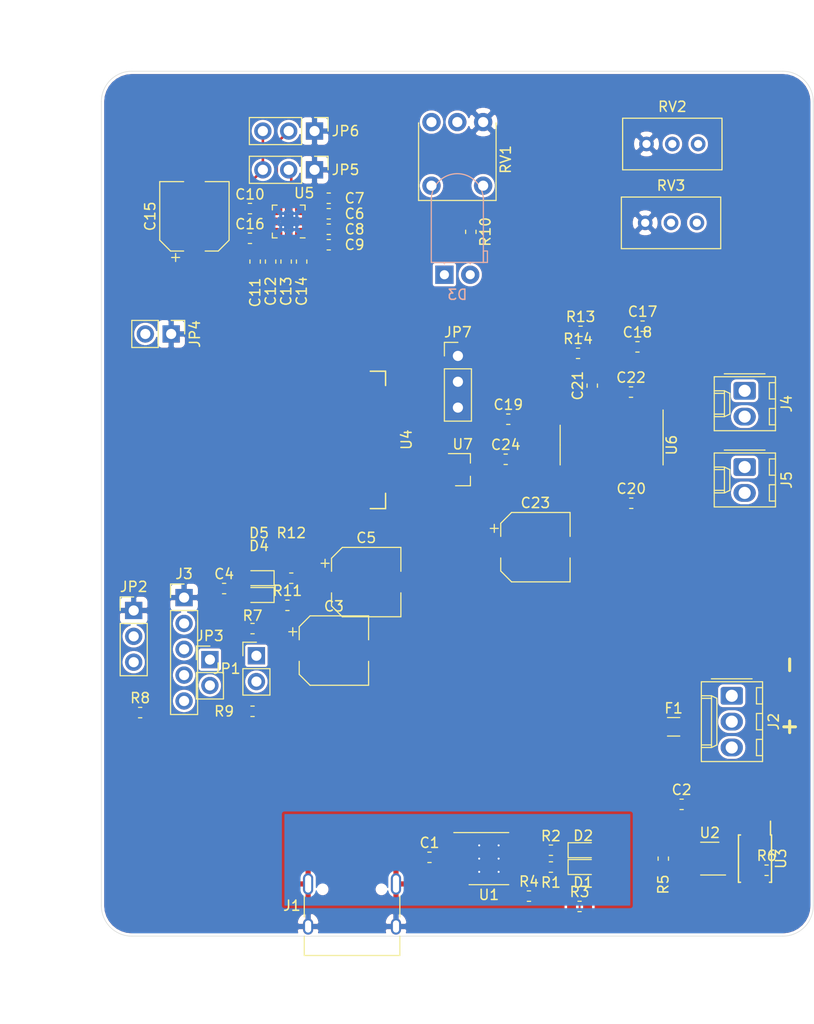
<source format=kicad_pcb>
(kicad_pcb (version 20171130) (host pcbnew "(5.1.6)-1")
  (layers (0 F.Cu signal) (31 B.Cu signal) (34 B.Paste user) (35 F.Paste user) (36 B.SilkS user) (37 F.SilkS user) (38 B.Mask user) (39 F.Mask user) (44 Edge.Cuts user))
  (net 0 "")
  (net 1 GND)
  (net 2 +BATT)
  (net 3 "Net-(F1-Pad2)")
  (net 4 "Net-(F1-Pad1)")
  (net 5 "Net-(RV1-Pad2)")
  (net 6 "Net-(D2-Pad1)")
  (net 7 "Net-(D5-Pad1)")
  (net 8 MOSI)
  (net 9 CLK)
  (net 10 CSB)
  (net 11 MISO)
  (net 12 SPI_EN)
  (net 13 "Net-(R12-Pad2)")
  (net 14 VBUS)
  (net 15 "Net-(C8-Pad1)")
  (net 16 "Net-(J2-Pad2)")
  (net 17 "Net-(R2-Pad2)")
  (net 18 "Net-(C2-Pad2)")
  (net 19 "Net-(C2-Pad1)")
  (net 20 "Net-(C3-Pad1)")
  (net 21 "Net-(C6-Pad1)")
  (net 22 "Net-(D1-Pad1)")
  (net 23 "Net-(D4-Pad2)")
  (net 24 "Net-(J5-Pad2)")
  (net 25 "Net-(JP1-Pad1)")
  (net 26 "Net-(JP4-Pad2)")
  (net 27 "Net-(R1-Pad2)")
  (net 28 "Net-(R11-Pad2)")
  (net 29 "Net-(D4-Pad1)")
  (net 30 LED)
  (net 31 "Net-(C7-Pad1)")
  (net 32 "Net-(C9-Pad1)")
  (net 33 "Net-(C10-Pad1)")
  (net 34 "Net-(C16-Pad2)")
  (net 35 "Net-(C16-Pad1)")
  (net 36 "Net-(C17-Pad2)")
  (net 37 "Net-(C17-Pad1)")
  (net 38 "Net-(C18-Pad2)")
  (net 39 "Net-(C18-Pad1)")
  (net 40 "Net-(C19-Pad1)")
  (net 41 "Net-(D3-Pad2)")
  (net 42 "Net-(D3-Pad1)")
  (net 43 "Net-(J1-PadB8)")
  (net 44 "Net-(J1-PadA5)")
  (net 45 "Net-(J1-PadB7)")
  (net 46 "Net-(J1-PadA7)")
  (net 47 "Net-(J1-PadB6)")
  (net 48 "Net-(J1-PadA8)")
  (net 49 "Net-(J1-PadB5)")
  (net 50 "Net-(J1-PadA6)")
  (net 51 "Net-(J4-Pad2)")
  (net 52 "Net-(J4-Pad1)")
  (net 53 "Net-(J5-Pad1)")
  (net 54 "Net-(JP5-Pad2)")
  (net 55 "Net-(JP6-Pad2)")
  (net 56 "Net-(R3-Pad2)")
  (net 57 "Net-(R3-Pad1)")
  (net 58 "Net-(R6-Pad1)")
  (net 59 "Net-(R13-Pad1)")
  (net 60 "Net-(R14-Pad2)")
  (net 61 "Net-(U2-Pad4)")
  (net 62 "Net-(U2-Pad3)")
  (net 63 "Net-(U2-Pad1)")
  (net 64 "Net-(U3-Pad8)")
  (net 65 "Net-(U3-Pad1)")
  (net 66 "Net-(U4-Pad35)")
  (net 67 "Net-(U4-Pad16)")
  (net 68 "Net-(U4-Pad21)")
  (net 69 "Net-(U4-Pad42)")
  (net 70 "Net-(U4-Pad41)")
  (net 71 "Net-(U4-Pad25)")
  (net 72 "Net-(U4-Pad30)")
  (net 73 "Net-(U4-Pad20)")
  (net 74 "Net-(U4-Pad27)")
  (net 75 "Net-(U4-Pad22)")
  (net 76 "Net-(U4-Pad31)")
  (net 77 "Net-(U4-Pad29)")
  (net 78 "Net-(U4-Pad33)")
  (net 79 "Net-(U4-Pad11)")
  (net 80 "Net-(U4-Pad10)")
  (net 81 "Net-(U4-Pad26)")
  (net 82 "Net-(U4-Pad37)")
  (net 83 "Net-(U4-Pad34)")
  (net 84 "Net-(U4-Pad32)")
  (net 85 "Net-(U4-Pad23)")
  (net 86 "Net-(U4-Pad19)")
  (net 87 "Net-(U4-Pad38)")
  (net 88 "Net-(U4-Pad28)")
  (net 89 "Net-(U4-Pad4)")
  (net 90 "Net-(U4-Pad36)")
  (net 91 "Net-(U4-Pad12)")
  (net 92 "Net-(U4-Pad24)")
  (net 93 "Net-(U4-Pad18)")
  (net 94 "Net-(U4-Pad13)")
  (net 95 "Net-(U5-Pad16)")
  (net 96 "Net-(U6-Pad9)")
  (net 97 /+)
  (net 98 /-)
  (net 99 /mono)
  (net 100 "Net-(JP7-Pad2)")
  (net 101 "Net-(JP7-Pad1)")
  (module Connector_PinHeader_2.54mm:PinHeader_1x03_P2.54mm_Vertical (layer F.Cu) (at 83.058 77.978)
    (fp_text reference JP7 (at 0 -2.33) (layer F.SilkS))
    (fp_text value Jumper_NC_Dual)
    (pad 3 thru_hole oval (at 0 5.08) (size 1.7 1.7) (drill 1) (layers *.Cu *.Mask) (net 2 +BATT))
    (pad 2 thru_hole oval (at 0 2.54) (size 1.7 1.7) (drill 1) (layers *.Cu *.Mask) (net 100 "Net-(JP7-Pad2)"))
    (pad 1 thru_hole rect (at 0 0) (size 1.7 1.7) (drill 1) (layers *.Cu *.Mask) (net 101 "Net-(JP7-Pad1)"))
  )
  (module Package_TO_SOT_SMD:SOT-23 (layer F.Cu) (at 83.527 89.158)
    (fp_text reference U7 (at 0 -2.5) (layer F.SilkS))
    (fp_text value CAT809)
    (pad 3 smd rect (at 1 0) (size 0.9 0.8) (layers F.Cu F.Paste F.Mask) (net 2 +BATT))
    (pad 2 smd rect (at -1 0.95) (size 0.9 0.8) (layers F.Cu F.Paste F.Mask) (net 101 "Net-(JP7-Pad1)"))
    (pad 1 smd rect (at -1 -0.95) (size 0.9 0.8) (layers F.Cu F.Paste F.Mask) (net 1 GND))
  )
  (module Capacitor_SMD:C_0603_1608Metric (layer F.Cu) (at 87.757 88.138)
    (fp_text reference C24 (at 0 -1.43) (layer F.SilkS))
    (fp_text value 1uF)
    (pad 2 smd roundrect (at 0.7875 0) (size 0.875 0.95) (layers F.Cu F.Paste F.Mask) (net 1 GND))
    (pad 1 smd roundrect (at -0.7875 0) (size 0.875 0.95) (layers F.Cu F.Paste F.Mask) (net 2 +BATT))
  )
  (module Capacitor_SMD:CP_Elec_6.3x7.7 (layer F.Cu) (at 90.678 96.774)
    (fp_text reference C23 (at 0 -4.35) (layer F.SilkS))
    (fp_text value 100uF)
    (pad 2 smd roundrect (at 2.7 0) (size 3.5 1.6) (layers F.Cu F.Paste F.Mask) (roundrect_rratio 0.15625) (net 1 GND))
    (pad 1 smd roundrect (at -2.7 0) (size 3.5 1.6) (layers F.Cu F.Paste F.Mask) (roundrect_rratio 0.15625) (net 2 +BATT))
  )
  (module Capacitor_SMD:CP_Elec_6.3x7.7 (layer F.Cu) (at 57.15 64.262 90)
    (fp_text reference C15 (at 0 -4.35 90) (layer F.SilkS))
    (fp_text value 100uF)
    (pad 2 smd roundrect (at 2.7 0 90) (size 3.5 1.6) (layers F.Cu F.Paste F.Mask) (roundrect_rratio 0.15625) (net 1 GND))
    (pad 1 smd roundrect (at -2.7 0 90) (size 3.5 1.6) (layers F.Cu F.Paste F.Mask) (roundrect_rratio 0.15625) (net 2 +BATT))
  )
  (module Capacitor_SMD:CP_Elec_6.3x7.7 (layer F.Cu) (at 74.041 100.203)
    (fp_text reference C5 (at 0 -4.35) (layer F.SilkS))
    (fp_text value 100uF)
    (pad 2 smd roundrect (at 2.7 0) (size 3.5 1.6) (layers F.Cu F.Paste F.Mask) (roundrect_rratio 0.15625) (net 1 GND))
    (pad 1 smd roundrect (at -2.7 0) (size 3.5 1.6) (layers F.Cu F.Paste F.Mask) (roundrect_rratio 0.15625) (net 2 +BATT))
  )
  (module Capacitor_SMD:CP_Elec_6.3x7.7 (layer F.Cu) (at 70.866 106.934)
    (fp_text reference C3 (at 0 -4.35) (layer F.SilkS))
    (fp_text value 100u)
    (pad 2 smd roundrect (at 2.7 0) (size 3.5 1.6) (layers F.Cu F.Paste F.Mask) (roundrect_rratio 0.15625) (net 1 GND))
    (pad 1 smd roundrect (at -2.7 0) (size 3.5 1.6) (layers F.Cu F.Paste F.Mask) (roundrect_rratio 0.15625) (net 20 "Net-(C3-Pad1)"))
  )
  (module Package_SO:SOIC-16_3.9x9.9mm_P1.27mm (layer F.Cu) (at 98.171 86.741 270)
    (fp_text reference U6 (at 0 -5.9 90) (layer F.SilkS))
    (fp_text value PAM8403)
    (pad 16 smd roundrect (at 2.475 -4.445 270) (size 1.95 0.6) (layers F.Cu F.Paste F.Mask) (net 53 "Net-(J5-Pad1)"))
    (pad 15 smd roundrect (at 2.475 -3.175 270) (size 1.95 0.6) (layers F.Cu F.Paste F.Mask) (net 1 GND))
    (pad 14 smd roundrect (at 2.475 -1.905 270) (size 1.95 0.6) (layers F.Cu F.Paste F.Mask) (net 24 "Net-(J5-Pad2)"))
    (pad 13 smd roundrect (at 2.475 -0.635 270) (size 1.95 0.6) (layers F.Cu F.Paste F.Mask) (net 2 +BATT))
    (pad 12 smd roundrect (at 2.475 0.635 270) (size 1.95 0.6) (layers F.Cu F.Paste F.Mask) (net 2 +BATT))
    (pad 11 smd roundrect (at 2.475 1.905 270) (size 1.95 0.6) (layers F.Cu F.Paste F.Mask) (net 1 GND))
    (pad 10 smd roundrect (at 2.475 3.175 270) (size 1.95 0.6) (layers F.Cu F.Paste F.Mask) (net 60 "Net-(R14-Pad2)"))
    (pad 9 smd roundrect (at 2.475 4.445 270) (size 1.95 0.6) (layers F.Cu F.Paste F.Mask) (net 96 "Net-(U6-Pad9)"))
    (pad 8 smd roundrect (at -2.475 4.445 270) (size 1.95 0.6) (layers F.Cu F.Paste F.Mask) (net 40 "Net-(C19-Pad1)"))
    (pad 7 smd roundrect (at -2.475 3.175 270) (size 1.95 0.6) (layers F.Cu F.Paste F.Mask) (net 59 "Net-(R13-Pad1)"))
    (pad 6 smd roundrect (at -2.475 1.905 270) (size 1.95 0.6) (layers F.Cu F.Paste F.Mask) (net 2 +BATT))
    (pad 5 smd roundrect (at -2.475 0.635 270) (size 1.95 0.6) (layers F.Cu F.Paste F.Mask) (net 100 "Net-(JP7-Pad2)"))
    (pad 4 smd roundrect (at -2.475 -0.635 270) (size 1.95 0.6) (layers F.Cu F.Paste F.Mask) (net 2 +BATT))
    (pad 3 smd roundrect (at -2.475 -1.905 270) (size 1.95 0.6) (layers F.Cu F.Paste F.Mask) (net 52 "Net-(J4-Pad1)"))
    (pad 2 smd roundrect (at -2.475 -3.175 270) (size 1.95 0.6) (layers F.Cu F.Paste F.Mask) (net 1 GND))
    (pad 1 smd roundrect (at -2.475 -4.445 270) (size 1.95 0.6) (layers F.Cu F.Paste F.Mask) (net 51 "Net-(J4-Pad2)"))
  )
  (module Package_DFN_QFN:WQFN-16-1EP_3x3mm_P0.5mm_EP1.6x1.6mm_ThermalVias (layer F.Cu) (at 66.421 64.77 180)
    (fp_text reference U5 (at -1.524 2.794) (layer F.SilkS))
    (fp_text value TPA6132A2RTE)
    (pad 17 smd rect (at 0 0 180) (size 1.6 1.6) (layers B.Cu) (net 1 GND))
    (pad 17 thru_hole circle (at 0.55 0.55 180) (size 0.5 0.5) (drill 0.2) (layers *.Cu) (net 1 GND))
    (pad 17 thru_hole circle (at -0.55 0.55 180) (size 0.5 0.5) (drill 0.2) (layers *.Cu) (net 1 GND))
    (pad 17 thru_hole circle (at 0.55 -0.55 180) (size 0.5 0.5) (drill 0.2) (layers *.Cu) (net 1 GND))
    (pad 17 thru_hole circle (at -0.55 -0.55 180) (size 0.5 0.5) (drill 0.2) (layers *.Cu) (net 1 GND))
    (pad 17 smd rect (at 0 0 180) (size 1.6 1.6) (layers F.Cu F.Mask) (net 1 GND))
    (pad 16 smd roundrect (at -0.75 -1.4375 180) (size 0.25 0.875) (layers F.Cu F.Paste F.Mask) (net 95 "Net-(U5-Pad16)"))
    (pad 15 smd roundrect (at -0.25 -1.4375 180) (size 0.25 0.875) (layers F.Cu F.Paste F.Mask) (net 1 GND))
    (pad 14 smd roundrect (at 0.25 -1.4375 180) (size 0.25 0.875) (layers F.Cu F.Paste F.Mask) (net 2 +BATT))
    (pad 13 smd roundrect (at 0.75 -1.4375 180) (size 0.25 0.875) (layers F.Cu F.Paste F.Mask) (net 2 +BATT))
    (pad 12 smd roundrect (at 1.4375 -0.75 180) (size 0.875 0.25) (layers F.Cu F.Paste F.Mask) (net 2 +BATT))
    (pad 11 smd roundrect (at 1.4375 -0.25 180) (size 0.875 0.25) (layers F.Cu F.Paste F.Mask) (net 35 "Net-(C16-Pad1)"))
    (pad 10 smd roundrect (at 1.4375 0.25 180) (size 0.875 0.25) (layers F.Cu F.Paste F.Mask) (net 1 GND))
    (pad 9 smd roundrect (at 1.4375 0.75 180) (size 0.875 0.25) (layers F.Cu F.Paste F.Mask) (net 34 "Net-(C16-Pad2)"))
    (pad 8 smd roundrect (at 0.75 1.4375 180) (size 0.25 0.875) (layers F.Cu F.Paste F.Mask) (net 33 "Net-(C10-Pad1)"))
    (pad 7 smd roundrect (at 0.25 1.4375 180) (size 0.25 0.875) (layers F.Cu F.Paste F.Mask) (net 55 "Net-(JP6-Pad2)"))
    (pad 6 smd roundrect (at -0.25 1.4375 180) (size 0.25 0.875) (layers F.Cu F.Paste F.Mask) (net 54 "Net-(JP5-Pad2)"))
    (pad 5 smd roundrect (at -0.75 1.4375 180) (size 0.25 0.875) (layers F.Cu F.Paste F.Mask) (net 99 /mono))
    (pad 4 smd roundrect (at -1.4375 0.75 180) (size 0.875 0.25) (layers F.Cu F.Paste F.Mask) (net 31 "Net-(C7-Pad1)"))
    (pad 3 smd roundrect (at -1.4375 0.25 180) (size 0.875 0.25) (layers F.Cu F.Paste F.Mask) (net 21 "Net-(C6-Pad1)"))
    (pad 2 smd roundrect (at -1.4375 -0.25 180) (size 0.875 0.25) (layers F.Cu F.Paste F.Mask) (net 15 "Net-(C8-Pad1)"))
    (pad 1 smd roundrect (at -1.4375 -0.75 180) (size 0.875 0.25) (layers F.Cu F.Paste F.Mask) (net 32 "Net-(C9-Pad1)"))
  )
  (module Potentiometer_THT:Potentiometer_Bourns_3296W_Vertical (layer F.Cu) (at 106.553 64.897)
    (fp_text reference RV3 (at -2.54 -3.66) (layer F.SilkS))
    (fp_text value R_POT)
    (pad 3 thru_hole circle (at -5.08 0) (size 1.44 1.44) (drill 0.8) (layers *.Cu *.Mask) (net 1 GND))
    (pad 2 thru_hole circle (at -2.54 0) (size 1.44 1.44) (drill 0.8) (layers *.Cu *.Mask) (net 38 "Net-(C18-Pad2)"))
    (pad 1 thru_hole circle (at 0 0) (size 1.44 1.44) (drill 0.8) (layers *.Cu *.Mask) (net 5 "Net-(RV1-Pad2)"))
  )
  (module Potentiometer_THT:Potentiometer_Bourns_3296W_Vertical (layer F.Cu) (at 106.68 57.15)
    (fp_text reference RV2 (at -2.54 -3.66) (layer F.SilkS))
    (fp_text value R_POT)
    (pad 3 thru_hole circle (at -5.08 0) (size 1.44 1.44) (drill 0.8) (layers *.Cu *.Mask) (net 1 GND))
    (pad 2 thru_hole circle (at -2.54 0) (size 1.44 1.44) (drill 0.8) (layers *.Cu *.Mask) (net 36 "Net-(C17-Pad2)"))
    (pad 1 thru_hole circle (at 0 0) (size 1.44 1.44) (drill 0.8) (layers *.Cu *.Mask) (net 5 "Net-(RV1-Pad2)"))
  )
  (module Resistor_SMD:R_0603_1608Metric (layer F.Cu) (at 94.869 77.724)
    (fp_text reference R14 (at 0 -1.43) (layer F.SilkS))
    (fp_text value 10k)
    (pad 2 smd roundrect (at 0.7875 0) (size 0.875 0.95) (layers F.Cu F.Paste F.Mask) (net 60 "Net-(R14-Pad2)"))
    (pad 1 smd roundrect (at -0.7875 0) (size 0.875 0.95) (layers F.Cu F.Paste F.Mask) (net 39 "Net-(C18-Pad1)"))
  )
  (module Resistor_SMD:R_0603_1608Metric (layer F.Cu) (at 95.123 75.565)
    (fp_text reference R13 (at 0 -1.43) (layer F.SilkS))
    (fp_text value 10k)
    (pad 2 smd roundrect (at 0.7875 0) (size 0.875 0.95) (layers F.Cu F.Paste F.Mask) (net 37 "Net-(C17-Pad1)"))
    (pad 1 smd roundrect (at -0.7875 0) (size 0.875 0.95) (layers F.Cu F.Paste F.Mask) (net 59 "Net-(R13-Pad1)"))
  )
  (module Resistor_SMD:R_0603_1608Metric (layer F.Cu) (at 66.294 102.489)
    (fp_text reference R11 (at 0 -1.43) (layer F.SilkS))
    (fp_text value 1k)
    (pad 2 smd roundrect (at 0.7875 0) (size 0.875 0.95) (layers F.Cu F.Paste F.Mask) (net 28 "Net-(R11-Pad2)"))
    (pad 1 smd roundrect (at -0.7875 0) (size 0.875 0.95) (layers F.Cu F.Paste F.Mask) (net 29 "Net-(D4-Pad1)"))
  )
  (module Resistor_SMD:R_0603_1608Metric (layer F.Cu) (at 51.816 113.03)
    (fp_text reference R8 (at 0 -1.43) (layer F.SilkS))
    (fp_text value 1k)
    (pad 2 smd roundrect (at 0.7875 0) (size 0.875 0.95) (layers F.Cu F.Paste F.Mask) (net 1 GND))
    (pad 1 smd roundrect (at -0.7875 0) (size 0.875 0.95) (layers F.Cu F.Paste F.Mask) (net 20 "Net-(C3-Pad1)"))
  )
  (module Resistor_SMD:R_0603_1608Metric (layer F.Cu) (at 113.411 128.524)
    (fp_text reference R6 (at 0 -1.43) (layer F.SilkS))
    (fp_text value 1k)
    (pad 2 smd roundrect (at 0.7875 0) (size 0.875 0.95) (layers F.Cu F.Paste F.Mask) (net 1 GND))
    (pad 1 smd roundrect (at -0.7875 0) (size 0.875 0.95) (layers F.Cu F.Paste F.Mask) (net 58 "Net-(R6-Pad1)"))
  )
  (module Resistor_SMD:R_0603_1608Metric (layer F.Cu) (at 90.043 131.064)
    (fp_text reference R4 (at 0 -1.43) (layer F.SilkS))
    (fp_text value 1k)
    (pad 2 smd roundrect (at 0.7875 0) (size 0.875 0.95) (layers F.Cu F.Paste F.Mask) (net 1 GND))
    (pad 1 smd roundrect (at -0.7875 0) (size 0.875 0.95) (layers F.Cu F.Paste F.Mask) (net 56 "Net-(R3-Pad2)"))
  )
  (module Resistor_SMD:R_0603_1608Metric (layer F.Cu) (at 95.0215 132.08)
    (fp_text reference R3 (at 0 -1.43) (layer F.SilkS))
    (fp_text value 1k)
    (pad 2 smd roundrect (at 0.7875 0) (size 0.875 0.95) (layers F.Cu F.Paste F.Mask) (net 56 "Net-(R3-Pad2)"))
    (pad 1 smd roundrect (at -0.7875 0) (size 0.875 0.95) (layers F.Cu F.Paste F.Mask) (net 57 "Net-(R3-Pad1)"))
  )
  (module Connector_PinHeader_2.54mm:PinHeader_1x03_P2.54mm_Vertical (layer F.Cu) (at 68.961 55.88 270)
    (fp_text reference JP6 (at 0 -3.048 180) (layer F.SilkS))
    (fp_text value Jumper_NC_Dual)
    (pad 3 thru_hole oval (at 0 5.08 270) (size 1.7 1.7) (drill 1) (layers *.Cu *.Mask) (net 2 +BATT))
    (pad 2 thru_hole oval (at 0 2.54 270) (size 1.7 1.7) (drill 1) (layers *.Cu *.Mask) (net 55 "Net-(JP6-Pad2)"))
    (pad 1 thru_hole rect (at 0 0 270) (size 1.7 1.7) (drill 1) (layers *.Cu *.Mask) (net 1 GND))
  )
  (module Connector_PinHeader_2.54mm:PinHeader_1x03_P2.54mm_Vertical (layer F.Cu) (at 68.961 59.69 270)
    (fp_text reference JP5 (at 0 -3.048 180) (layer F.SilkS))
    (fp_text value Jumper_NC_Dual)
    (pad 3 thru_hole oval (at 0 5.08 270) (size 1.7 1.7) (drill 1) (layers *.Cu *.Mask) (net 2 +BATT))
    (pad 2 thru_hole oval (at 0 2.54 270) (size 1.7 1.7) (drill 1) (layers *.Cu *.Mask) (net 54 "Net-(JP5-Pad2)"))
    (pad 1 thru_hole rect (at 0 0 270) (size 1.7 1.7) (drill 1) (layers *.Cu *.Mask) (net 1 GND))
  )
  (module Connector_PinHeader_2.54mm:PinHeader_1x02_P2.54mm_Vertical (layer F.Cu) (at 54.864 75.819 270)
    (fp_text reference JP4 (at 0 -2.33 90) (layer F.SilkS))
    (fp_text value AGND)
    (pad 2 thru_hole oval (at 0 2.54 270) (size 1.7 1.7) (drill 1) (layers *.Cu *.Mask) (net 26 "Net-(JP4-Pad2)"))
    (pad 1 thru_hole rect (at 0 0 270) (size 1.7 1.7) (drill 1) (layers *.Cu *.Mask) (net 1 GND))
  )
  (module Connector_PinHeader_2.54mm:PinHeader_1x02_P2.54mm_Vertical (layer F.Cu) (at 58.674 107.823)
    (fp_text reference JP3 (at 0 -2.33) (layer F.SilkS))
    (fp_text value LEDs)
    (pad 2 thru_hole oval (at 0 2.54) (size 1.7 1.7) (drill 1) (layers *.Cu *.Mask) (net 2 +BATT))
    (pad 1 thru_hole rect (at 0 0) (size 1.7 1.7) (drill 1) (layers *.Cu *.Mask) (net 23 "Net-(D4-Pad2)"))
  )
  (module Connector_PinHeader_2.54mm:PinHeader_1x03_P2.54mm_Vertical (layer F.Cu) (at 51.181 102.997)
    (fp_text reference JP2 (at 0 -2.33) (layer F.SilkS))
    (fp_text value Jumper_NC_Dual)
    (pad 3 thru_hole oval (at 0 5.08) (size 1.7 1.7) (drill 1) (layers *.Cu *.Mask) (net 30 LED))
    (pad 2 thru_hole oval (at 0 2.54) (size 1.7 1.7) (drill 1) (layers *.Cu *.Mask) (net 42 "Net-(D3-Pad1)"))
    (pad 1 thru_hole rect (at 0 0) (size 1.7 1.7) (drill 1) (layers *.Cu *.Mask) (net 1 GND))
  )
  (module Connector_PinHeader_2.54mm:PinHeader_1x05_P2.54mm_Vertical (layer F.Cu) (at 56.134 101.727)
    (fp_text reference J3 (at 0 -2.33) (layer F.SilkS))
    (fp_text value SPI)
    (pad 5 thru_hole oval (at 0 10.16) (size 1.7 1.7) (drill 1) (layers *.Cu *.Mask) (net 8 MOSI))
    (pad 4 thru_hole oval (at 0 7.62) (size 1.7 1.7) (drill 1) (layers *.Cu *.Mask) (net 9 CLK))
    (pad 3 thru_hole oval (at 0 5.08) (size 1.7 1.7) (drill 1) (layers *.Cu *.Mask) (net 10 CSB))
    (pad 2 thru_hole oval (at 0 2.54) (size 1.7 1.7) (drill 1) (layers *.Cu *.Mask) (net 11 MISO))
    (pad 1 thru_hole rect (at 0 0) (size 1.7 1.7) (drill 1) (layers *.Cu *.Mask) (net 1 GND))
  )
  (module Capacitor_SMD:C_0603_1608Metric (layer F.Cu) (at 100.076 81.534)
    (fp_text reference C22 (at 0 -1.43) (layer F.SilkS))
    (fp_text value 1uF)
    (pad 2 smd roundrect (at 0.7875 0) (size 0.875 0.95) (layers F.Cu F.Paste F.Mask) (net 1 GND))
    (pad 1 smd roundrect (at -0.7875 0) (size 0.875 0.95) (layers F.Cu F.Paste F.Mask) (net 2 +BATT))
  )
  (module Capacitor_SMD:C_0603_1608Metric (layer F.Cu) (at 96.266 80.899 90)
    (fp_text reference C21 (at 0 -1.43 90) (layer F.SilkS))
    (fp_text value 1uF)
    (pad 2 smd roundrect (at 0.7875 0 90) (size 0.875 0.95) (layers F.Cu F.Paste F.Mask) (net 1 GND))
    (pad 1 smd roundrect (at -0.7875 0 90) (size 0.875 0.95) (layers F.Cu F.Paste F.Mask) (net 2 +BATT))
  )
  (module Capacitor_SMD:C_0603_1608Metric (layer F.Cu) (at 100.1015 92.456)
    (fp_text reference C20 (at 0 -1.43) (layer F.SilkS))
    (fp_text value 1uF)
    (pad 2 smd roundrect (at 0.7875 0) (size 0.875 0.95) (layers F.Cu F.Paste F.Mask) (net 1 GND))
    (pad 1 smd roundrect (at -0.7875 0) (size 0.875 0.95) (layers F.Cu F.Paste F.Mask) (net 2 +BATT))
  )
  (module Capacitor_SMD:C_0603_1608Metric (layer F.Cu) (at 88.011 84.201)
    (fp_text reference C19 (at 0 -1.43) (layer F.SilkS))
    (fp_text value 1uF)
    (pad 2 smd roundrect (at 0.7875 0) (size 0.875 0.95) (layers F.Cu F.Paste F.Mask) (net 1 GND))
    (pad 1 smd roundrect (at -0.7875 0) (size 0.875 0.95) (layers F.Cu F.Paste F.Mask) (net 40 "Net-(C19-Pad1)"))
  )
  (module Capacitor_SMD:C_0603_1608Metric (layer F.Cu) (at 100.711 77.089)
    (fp_text reference C18 (at 0 -1.43) (layer F.SilkS))
    (fp_text value 470nF)
    (pad 2 smd roundrect (at 0.7875 0) (size 0.875 0.95) (layers F.Cu F.Paste F.Mask) (net 38 "Net-(C18-Pad2)"))
    (pad 1 smd roundrect (at -0.7875 0) (size 0.875 0.95) (layers F.Cu F.Paste F.Mask) (net 39 "Net-(C18-Pad1)"))
  )
  (module Capacitor_SMD:C_0603_1608Metric (layer F.Cu) (at 101.219 75.057)
    (fp_text reference C17 (at 0 -1.43) (layer F.SilkS))
    (fp_text value 470nF)
    (pad 2 smd roundrect (at 0.7875 0) (size 0.875 0.95) (layers F.Cu F.Paste F.Mask) (net 36 "Net-(C17-Pad2)"))
    (pad 1 smd roundrect (at -0.7875 0) (size 0.875 0.95) (layers F.Cu F.Paste F.Mask) (net 37 "Net-(C17-Pad1)"))
  )
  (module Capacitor_SMD:C_0603_1608Metric (layer F.Cu) (at 62.611 66.421 180)
    (fp_text reference C16 (at 0 1.397) (layer F.SilkS))
    (fp_text value 1uF)
    (pad 2 smd roundrect (at 0.7875 0 180) (size 0.875 0.95) (layers F.Cu F.Paste F.Mask) (net 34 "Net-(C16-Pad2)"))
    (pad 1 smd roundrect (at -0.7875 0 180) (size 0.875 0.95) (layers F.Cu F.Paste F.Mask) (net 35 "Net-(C16-Pad1)"))
  )
  (module Capacitor_SMD:C_0603_1608Metric (layer F.Cu) (at 67.691 68.707 270)
    (fp_text reference C14 (at 2.921 0 90) (layer F.SilkS))
    (fp_text value 1uF)
    (pad 2 smd roundrect (at 0.7875 0 270) (size 0.875 0.95) (layers F.Cu F.Paste F.Mask) (net 1 GND))
    (pad 1 smd roundrect (at -0.7875 0 270) (size 0.875 0.95) (layers F.Cu F.Paste F.Mask) (net 2 +BATT))
  )
  (module Capacitor_SMD:C_0603_1608Metric (layer F.Cu) (at 66.167 68.707 270)
    (fp_text reference C13 (at 2.921 0 90) (layer F.SilkS))
    (fp_text value 1uF)
    (pad 2 smd roundrect (at 0.7875 0 270) (size 0.875 0.95) (layers F.Cu F.Paste F.Mask) (net 1 GND))
    (pad 1 smd roundrect (at -0.7875 0 270) (size 0.875 0.95) (layers F.Cu F.Paste F.Mask) (net 2 +BATT))
  )
  (module Capacitor_SMD:C_0603_1608Metric (layer F.Cu) (at 64.643 68.707 270)
    (fp_text reference C12 (at 2.921 0 90) (layer F.SilkS))
    (fp_text value 1uF)
    (pad 2 smd roundrect (at 0.7875 0 270) (size 0.875 0.95) (layers F.Cu F.Paste F.Mask) (net 1 GND))
    (pad 1 smd roundrect (at -0.7875 0 270) (size 0.875 0.95) (layers F.Cu F.Paste F.Mask) (net 2 +BATT))
  )
  (module Capacitor_SMD:C_0603_1608Metric (layer F.Cu) (at 63.119 68.707 270)
    (fp_text reference C11 (at 3.048 0 90) (layer F.SilkS))
    (fp_text value 1uF)
    (pad 2 smd roundrect (at 0.7875 0 270) (size 0.875 0.95) (layers F.Cu F.Paste F.Mask) (net 1 GND))
    (pad 1 smd roundrect (at -0.7875 0 270) (size 0.875 0.95) (layers F.Cu F.Paste F.Mask) (net 2 +BATT))
  )
  (module Capacitor_SMD:C_0603_1608Metric (layer F.Cu) (at 62.611 63.5 180)
    (fp_text reference C10 (at 0 1.397 180) (layer F.SilkS))
    (fp_text value 1uF)
    (pad 2 smd roundrect (at 0.7875 0 180) (size 0.875 0.95) (layers F.Cu F.Paste F.Mask) (net 1 GND))
    (pad 1 smd roundrect (at -0.7875 0 180) (size 0.875 0.95) (layers F.Cu F.Paste F.Mask) (net 33 "Net-(C10-Pad1)"))
  )
  (module Capacitor_SMD:C_0603_1608Metric (layer F.Cu) (at 70.358 67.056)
    (fp_text reference C9 (at 2.54 0) (layer F.SilkS))
    (fp_text value 470nF)
    (pad 2 smd roundrect (at 0.7875 0) (size 0.875 0.95) (layers F.Cu F.Paste F.Mask) (net 1 GND))
    (pad 1 smd roundrect (at -0.7875 0) (size 0.875 0.95) (layers F.Cu F.Paste F.Mask) (net 32 "Net-(C9-Pad1)"))
  )
  (module Capacitor_SMD:C_0603_1608Metric (layer F.Cu) (at 70.358 65.532)
    (fp_text reference C8 (at 2.54 0) (layer F.SilkS))
    (fp_text value 470nF)
    (pad 2 smd roundrect (at 0.7875 0) (size 0.875 0.95) (layers F.Cu F.Paste F.Mask) (net 1 GND))
    (pad 1 smd roundrect (at -0.7875 0) (size 0.875 0.95) (layers F.Cu F.Paste F.Mask) (net 15 "Net-(C8-Pad1)"))
  )
  (module Capacitor_SMD:C_0603_1608Metric (layer F.Cu) (at 70.358 62.484)
    (fp_text reference C7 (at 2.54 0) (layer F.SilkS))
    (fp_text value 470nF)
    (pad 2 smd roundrect (at 0.7875 0) (size 0.875 0.95) (layers F.Cu F.Paste F.Mask) (net 98 /-))
    (pad 1 smd roundrect (at -0.7875 0) (size 0.875 0.95) (layers F.Cu F.Paste F.Mask) (net 31 "Net-(C7-Pad1)"))
  )
  (module Capacitor_SMD:C_0603_1608Metric (layer F.Cu) (at 70.358 64.008)
    (fp_text reference C6 (at 2.54 0) (layer F.SilkS))
    (fp_text value 470nF)
    (pad 2 smd roundrect (at 0.7875 0) (size 0.875 0.95) (layers F.Cu F.Paste F.Mask) (net 97 /+))
    (pad 1 smd roundrect (at -0.7875 0) (size 0.875 0.95) (layers F.Cu F.Paste F.Mask) (net 21 "Net-(C6-Pad1)"))
  )
  (module Capacitor_SMD:C_0603_1608Metric (layer F.Cu) (at 60.071 100.838)
    (fp_text reference C4 (at 0 -1.43) (layer F.SilkS))
    (fp_text value 1uF)
    (pad 2 smd roundrect (at 0.7875 0) (size 0.875 0.95) (layers F.Cu F.Paste F.Mask) (net 1 GND))
    (pad 1 smd roundrect (at -0.7875 0) (size 0.875 0.95) (layers F.Cu F.Paste F.Mask) (net 2 +BATT))
  )
  (module Capacitor_SMD:C_0603_1608Metric (layer F.Cu) (at 105.0545 122.047)
    (fp_text reference C2 (at 0 -1.43) (layer F.SilkS))
    (fp_text value 1uF)
    (pad 2 smd roundrect (at 0.7875 0) (size 0.875 0.95) (layers F.Cu F.Paste F.Mask) (net 18 "Net-(C2-Pad2)"))
    (pad 1 smd roundrect (at -0.7875 0) (size 0.875 0.95) (layers F.Cu F.Paste F.Mask) (net 19 "Net-(C2-Pad1)"))
  )
  (module Capacitor_SMD:C_0603_1608Metric (layer F.Cu) (at 80.264 127.254)
    (fp_text reference C1 (at 0 -1.43) (layer F.SilkS))
    (fp_text value 1uF)
    (pad 2 smd roundrect (at 0.7875 0) (size 0.875 0.95) (layers F.Cu F.Paste F.Mask) (net 1 GND))
    (pad 1 smd roundrect (at -0.7875 0) (size 0.875 0.95) (layers F.Cu F.Paste F.Mask) (net 14 VBUS))
  )
  (module Connector_Molex:Molex_KK-254_AE-6410-03A_1x03_P2.54mm_Vertical (layer F.Cu) (at 109.982 111.379 270)
    (fp_text reference J2 (at 2.54 -4.12 90) (layer F.SilkS))
    (fp_text value BATT)
    (pad 3 thru_hole oval (at 5.08 0 270) (size 1.74 2.19) (drill 1.19) (layers *.Cu *.Mask) (net 18 "Net-(C2-Pad2)"))
    (pad 2 thru_hole oval (at 2.54 0 270) (size 1.74 2.19) (drill 1.19) (layers *.Cu *.Mask) (net 16 "Net-(J2-Pad2)"))
    (pad 1 thru_hole roundrect (at 0 0 270) (size 1.74 2.19) (drill 1.19) (layers *.Cu *.Mask) (roundrect_rratio 0.143678) (net 3 "Net-(F1-Pad2)"))
  )
  (module Connector_Molex:Molex_KK-254_AE-6410-02A_1x02_P2.54mm_Vertical (layer F.Cu) (at 111.252 88.9 270)
    (fp_text reference J5 (at 1.27 -4.12 90) (layer F.SilkS))
    (fp_text value R)
    (pad 2 thru_hole oval (at 2.54 0 270) (size 1.74 2.19) (drill 1.19) (layers *.Cu *.Mask) (net 24 "Net-(J5-Pad2)"))
    (pad 1 thru_hole roundrect (at 0 0 270) (size 1.74 2.19) (drill 1.19) (layers *.Cu *.Mask) (roundrect_rratio 0.143678) (net 53 "Net-(J5-Pad1)"))
  )
  (module Connector_Molex:Molex_KK-254_AE-6410-02A_1x02_P2.54mm_Vertical (layer F.Cu) (at 111.252 81.407 270)
    (fp_text reference J4 (at 1.27 -4.12 90) (layer F.SilkS))
    (fp_text value L)
    (pad 2 thru_hole oval (at 2.54 0 270) (size 1.74 2.19) (drill 1.19) (layers *.Cu *.Mask) (net 51 "Net-(J4-Pad2)"))
    (pad 1 thru_hole roundrect (at 0 0 270) (size 1.74 2.19) (drill 1.19) (layers *.Cu *.Mask) (roundrect_rratio 0.143678) (net 52 "Net-(J4-Pad1)"))
  )
  (module Fuse:Fuse_1206_3216Metric (layer F.Cu) (at 104.267 114.427)
    (fp_text reference F1 (at 0 -1.82) (layer F.SilkS))
    (fp_text value 5A)
    (pad 2 smd roundrect (at 1.4 0) (size 1.25 1.75) (layers F.Cu F.Paste F.Mask) (roundrect_rratio 0.2) (net 3 "Net-(F1-Pad2)"))
    (pad 1 smd roundrect (at -1.4 0) (size 1.25 1.75) (layers F.Cu F.Paste F.Mask) (roundrect_rratio 0.2) (net 4 "Net-(F1-Pad1)"))
  )
  (module Connector_USB:USB_C_Receptacle_HRO_TYPE-C-31-M-12 (layer F.Cu) (at 72.65 133)
    (fp_text reference J1 (at -5.9115 -1 180) (layer F.SilkS))
    (fp_text value USB_C_Receptacle_USB2.0)
    (pad B1 smd rect (at 3.25 -4.045) (size 0.6 1.45) (layers F.Cu F.Paste F.Mask) (net 1 GND))
    (pad A9 smd rect (at 2.45 -4.045) (size 0.6 1.45) (layers F.Cu F.Paste F.Mask) (net 14 VBUS))
    (pad B9 smd rect (at -2.45 -4.045) (size 0.6 1.45) (layers F.Cu F.Paste F.Mask) (net 14 VBUS))
    (pad B12 smd rect (at -3.25 -4.045) (size 0.6 1.45) (layers F.Cu F.Paste F.Mask) (net 1 GND))
    (pad A1 smd rect (at -3.25 -4.045) (size 0.6 1.45) (layers F.Cu F.Paste F.Mask) (net 1 GND))
    (pad A4 smd rect (at -2.45 -4.045) (size 0.6 1.45) (layers F.Cu F.Paste F.Mask) (net 14 VBUS))
    (pad B4 smd rect (at 2.45 -4.045) (size 0.6 1.45) (layers F.Cu F.Paste F.Mask) (net 14 VBUS))
    (pad A12 smd rect (at 3.25 -4.045) (size 0.6 1.45) (layers F.Cu F.Paste F.Mask) (net 1 GND))
    (pad B8 smd rect (at -1.75 -4.045) (size 0.3 1.45) (layers F.Cu F.Paste F.Mask) (net 43 "Net-(J1-PadB8)"))
    (pad A5 smd rect (at -1.25 -4.045) (size 0.3 1.45) (layers F.Cu F.Paste F.Mask) (net 44 "Net-(J1-PadA5)"))
    (pad B7 smd rect (at -0.75 -4.045) (size 0.3 1.45) (layers F.Cu F.Paste F.Mask) (net 45 "Net-(J1-PadB7)"))
    (pad A7 smd rect (at 0.25 -4.045) (size 0.3 1.45) (layers F.Cu F.Paste F.Mask) (net 46 "Net-(J1-PadA7)"))
    (pad B6 smd rect (at 0.75 -4.045) (size 0.3 1.45) (layers F.Cu F.Paste F.Mask) (net 47 "Net-(J1-PadB6)"))
    (pad A8 smd rect (at 1.25 -4.045) (size 0.3 1.45) (layers F.Cu F.Paste F.Mask) (net 48 "Net-(J1-PadA8)"))
    (pad B5 smd rect (at 1.75 -4.045) (size 0.3 1.45) (layers F.Cu F.Paste F.Mask) (net 49 "Net-(J1-PadB5)"))
    (pad A6 smd rect (at -0.25 -4.045) (size 0.3 1.45) (layers F.Cu F.Paste F.Mask) (net 50 "Net-(J1-PadA6)"))
    (pad S1 thru_hole oval (at 4.32 -3.13) (size 1 2.1) (drill oval 0.6 1.7) (layers *.Cu *.Mask) (net 1 GND))
    (pad S1 thru_hole oval (at -4.32 -3.13) (size 1 2.1) (drill oval 0.6 1.7) (layers *.Cu *.Mask) (net 1 GND))
    (pad "" np_thru_hole circle (at -2.89 -2.6) (size 0.65 0.65) (drill 0.65) (layers *.Cu *.Mask))
    (pad S1 thru_hole oval (at -4.32 1.05) (size 1 1.6) (drill oval 0.6 1.2) (layers *.Cu *.Mask) (net 1 GND))
    (pad "" np_thru_hole circle (at 2.89 -2.6) (size 0.65 0.65) (drill 0.65) (layers *.Cu *.Mask))
    (pad S1 thru_hole oval (at 4.32 1.05) (size 1 1.6) (drill oval 0.6 1.2) (layers *.Cu *.Mask) (net 1 GND))
  )
  (module LED_SMD:LED_0603_1608Metric (layer F.Cu) (at 63.5 101.473 180)
    (fp_text reference D4 (at 0 4.826) (layer F.SilkS))
    (fp_text value LED)
    (pad 2 smd roundrect (at 0.7875 0 180) (size 0.875 0.95) (layers F.Cu F.Paste F.Mask) (net 23 "Net-(D4-Pad2)"))
    (pad 1 smd roundrect (at -0.7875 0 180) (size 0.875 0.95) (layers F.Cu F.Paste F.Mask) (net 29 "Net-(D4-Pad1)"))
  )
  (module Connector_PinHeader_2.54mm:PinHeader_1x02_P2.54mm_Vertical (layer F.Cu) (at 63.246 107.442)
    (fp_text reference JP1 (at -2.921 1.27) (layer F.SilkS))
    (fp_text value SPI_EN)
    (pad 2 thru_hole oval (at 0 2.54) (size 1.7 1.7) (drill 1) (layers *.Cu *.Mask) (net 2 +BATT))
    (pad 1 thru_hole rect (at 0 0) (size 1.7 1.7) (drill 1) (layers *.Cu *.Mask) (net 25 "Net-(JP1-Pad1)"))
  )
  (module Footprint:F-3188 (layer F.Cu) (at 64.516 86.233 90)
    (fp_text reference U4 (at 0.024 13.486 90) (layer F.SilkS))
    (fp_text value F-3188)
    (pad 35 smd rect (at 6.75 0.63 90) (size 2 0.8) (layers F.Cu F.Paste F.Mask) (net 66 "Net-(U4-Pad35)"))
    (pad 15 smd rect (at -6.75 7.23 90) (size 2 0.8) (layers F.Cu F.Paste F.Mask) (net 20 "Net-(C3-Pad1)"))
    (pad 16 smd rect (at -6.75 8.33 90) (size 2 0.8) (layers F.Cu F.Paste F.Mask) (net 67 "Net-(U4-Pad16)"))
    (pad 21 smd rect (at -1.15 11.43 90) (size 0.8 2) (layers F.Cu F.Paste F.Mask) (net 68 "Net-(U4-Pad21)"))
    (pad 42 smd rect (at 6.75 -7.07 90) (size 2 0.8) (layers F.Cu F.Paste F.Mask) (net 69 "Net-(U4-Pad42)"))
    (pad 5 smd rect (at -6.75 -3.77 90) (size 2 0.8) (layers F.Cu F.Paste F.Mask) (net 11 MISO))
    (pad 41 smd rect (at 6.75 -5.97 90) (size 2 0.8) (layers F.Cu F.Paste F.Mask) (net 70 "Net-(U4-Pad41)"))
    (pad 25 smd rect (at 3.65 11.43 90) (size 0.8 2) (layers F.Cu F.Paste F.Mask) (net 71 "Net-(U4-Pad25)"))
    (pad 2 smd rect (at -6.75 -7.07 90) (size 2 0.8) (layers F.Cu F.Paste F.Mask) (net 13 "Net-(R12-Pad2)"))
    (pad 30 smd rect (at 6.75 6.13 90) (size 2 0.8) (layers F.Cu F.Paste F.Mask) (net 72 "Net-(U4-Pad30)"))
    (pad 40 smd rect (at 6.75 -4.87 90) (size 2 0.8) (layers F.Cu F.Paste F.Mask) (net 97 /+))
    (pad 20 smd rect (at -2.35 11.43 90) (size 0.8 2) (layers F.Cu F.Paste F.Mask) (net 73 "Net-(U4-Pad20)"))
    (pad 27 smd rect (at 6.75 9.43 90) (size 2 0.8) (layers F.Cu F.Paste F.Mask) (net 74 "Net-(U4-Pad27)"))
    (pad 22 smd rect (at 0.05 11.43 90) (size 0.8 2) (layers F.Cu F.Paste F.Mask) (net 75 "Net-(U4-Pad22)"))
    (pad 31 smd rect (at 6.75 5.03 90) (size 2 0.8) (layers F.Cu F.Paste F.Mask) (net 76 "Net-(U4-Pad31)"))
    (pad 29 smd rect (at 6.75 7.23 90) (size 2 0.8) (layers F.Cu F.Paste F.Mask) (net 77 "Net-(U4-Pad29)"))
    (pad 33 smd rect (at 6.75 2.83 90) (size 2 0.8) (layers F.Cu F.Paste F.Mask) (net 78 "Net-(U4-Pad33)"))
    (pad 8 smd rect (at -6.75 -0.47 90) (size 2 0.8) (layers F.Cu F.Paste F.Mask) (net 8 MOSI))
    (pad 11 smd rect (at -6.75 2.83 90) (size 2 0.8) (layers F.Cu F.Paste F.Mask) (net 79 "Net-(U4-Pad11)"))
    (pad 6 smd rect (at -6.75 -2.67 90) (size 2 0.8) (layers F.Cu F.Paste F.Mask) (net 10 CSB))
    (pad 7 smd rect (at -6.75 -1.57 90) (size 2 0.8) (layers F.Cu F.Paste F.Mask) (net 9 CLK))
    (pad 10 smd rect (at -6.75 1.73 90) (size 2 0.8) (layers F.Cu F.Paste F.Mask) (net 80 "Net-(U4-Pad10)"))
    (pad 26 smd rect (at 4.85 11.43 90) (size 0.8 2) (layers F.Cu F.Paste F.Mask) (net 81 "Net-(U4-Pad26)"))
    (pad 43 smd rect (at 6.75 -8.17 90) (size 2 0.8) (layers F.Cu F.Paste F.Mask) (net 26 "Net-(JP4-Pad2)"))
    (pad 37 smd rect (at 6.75 -1.57 90) (size 2 0.8) (layers F.Cu F.Paste F.Mask) (net 82 "Net-(U4-Pad37)"))
    (pad 34 smd rect (at 6.75 1.73 90) (size 2 0.8) (layers F.Cu F.Paste F.Mask) (net 83 "Net-(U4-Pad34)"))
    (pad 32 smd rect (at 6.75 3.93 90) (size 2 0.8) (layers F.Cu F.Paste F.Mask) (net 84 "Net-(U4-Pad32)"))
    (pad 23 smd rect (at 1.25 11.43 90) (size 0.8 2) (layers F.Cu F.Paste F.Mask) (net 85 "Net-(U4-Pad23)"))
    (pad 19 smd rect (at -3.55 11.43 90) (size 0.8 2) (layers F.Cu F.Paste F.Mask) (net 86 "Net-(U4-Pad19)"))
    (pad 38 smd rect (at 6.75 -2.67 90) (size 2 0.8) (layers F.Cu F.Paste F.Mask) (net 87 "Net-(U4-Pad38)"))
    (pad 28 smd rect (at 6.75 8.33 90) (size 2 0.8) (layers F.Cu F.Paste F.Mask) (net 88 "Net-(U4-Pad28)"))
    (pad 17 smd rect (at -6.75 9.43 90) (size 2 0.8) (layers F.Cu F.Paste F.Mask) (net 1 GND))
    (pad 39 smd rect (at 6.75 -3.77 90) (size 2 0.8) (layers F.Cu F.Paste F.Mask) (net 98 /-))
    (pad 4 smd rect (at -6.75 -4.87 90) (size 2 0.8) (layers F.Cu F.Paste F.Mask) (net 89 "Net-(U4-Pad4)"))
    (pad 36 smd rect (at 6.75 -0.47 90) (size 2 0.8) (layers F.Cu F.Paste F.Mask) (net 90 "Net-(U4-Pad36)"))
    (pad 9 smd rect (at -6.75 0.63 90) (size 2 0.8) (layers F.Cu F.Paste F.Mask) (net 12 SPI_EN))
    (pad 12 smd rect (at -6.75 3.93 90) (size 2 0.8) (layers F.Cu F.Paste F.Mask) (net 91 "Net-(U4-Pad12)"))
    (pad 3 smd rect (at -6.75 -5.97 90) (size 2 0.8) (layers F.Cu F.Paste F.Mask) (net 28 "Net-(R11-Pad2)"))
    (pad 14 smd rect (at -6.75 6.13 90) (size 2 0.8) (layers F.Cu F.Paste F.Mask) (net 2 +BATT))
    (pad 24 smd rect (at 2.45 11.43 90) (size 0.8 2) (layers F.Cu F.Paste F.Mask) (net 92 "Net-(U4-Pad24)"))
    (pad 18 smd rect (at -4.75 11.43 90) (size 0.8 2) (layers F.Cu F.Paste F.Mask) (net 93 "Net-(U4-Pad18)"))
    (pad 13 smd rect (at -6.75 5.03 90) (size 2 0.8) (layers F.Cu F.Paste F.Mask) (net 94 "Net-(U4-Pad13)"))
    (pad 1 smd rect (at -6.75 -8.17 90) (size 2 0.8) (layers F.Cu F.Paste F.Mask) (net 30 LED))
  )
  (module Resistor_SMD:R_0603_1608Metric (layer F.Cu) (at 84.328 65.786 270)
    (fp_text reference R10 (at 0 -1.43 90) (layer F.SilkS))
    (fp_text value 100)
    (pad 2 smd roundrect (at 0.7875 0 270) (size 0.875 0.95) (layers F.Cu F.Paste F.Mask) (net 41 "Net-(D3-Pad2)"))
    (pad 1 smd roundrect (at -0.7875 0 270) (size 0.875 0.95) (layers F.Cu F.Paste F.Mask) (net 2 +BATT))
  )
  (module LED_THT:LED_D5.0mm_Horizontal_O1.27mm_Z3.0mm_Clear (layer B.Cu) (at 81.73 70)
    (fp_text reference D3 (at 1.27 1.96) (layer B.SilkS) (effects (justify mirror)))
    (fp_text value LED)
    (pad 2 thru_hole circle (at 2.54 0) (size 1.8 1.8) (drill 0.9) (layers *.Cu *.Mask) (net 41 "Net-(D3-Pad2)"))
    (pad 1 thru_hole rect (at 0 0) (size 1.8 1.8) (drill 0.9) (layers *.Cu *.Mask) (net 42 "Net-(D3-Pad1)"))
  )
  (module Resistor_SMD:R_0603_1608Metric (layer F.Cu) (at 103.251 127.381 270)
    (fp_text reference R5 (at 2.54 0 90) (layer F.SilkS))
    (fp_text value 100)
    (pad 2 smd roundrect (at 0.7875 0 270) (size 0.875 0.95) (layers F.Cu F.Paste F.Mask) (net 4 "Net-(F1-Pad1)"))
    (pad 1 smd roundrect (at -0.7875 0 270) (size 0.875 0.95) (layers F.Cu F.Paste F.Mask) (net 19 "Net-(C2-Pad1)"))
  )
  (module Package_SO:TSSOP-8_4.4x3mm_P0.65mm (layer F.Cu) (at 112.268 127.381 270)
    (fp_text reference U3 (at 0 -2.55 90) (layer F.SilkS))
    (fp_text value FS8205A)
    (pad 8 smd rect (at 2.95 -0.975 270) (size 1.45 0.45) (layers F.Cu F.Paste F.Mask) (net 64 "Net-(U3-Pad8)"))
    (pad 7 smd rect (at 2.95 -0.325 270) (size 1.45 0.45) (layers F.Cu F.Paste F.Mask) (net 1 GND))
    (pad 6 smd rect (at 2.95 0.325 270) (size 1.45 0.45) (layers F.Cu F.Paste F.Mask) (net 1 GND))
    (pad 5 smd rect (at 2.95 0.975 270) (size 1.45 0.45) (layers F.Cu F.Paste F.Mask) (net 63 "Net-(U2-Pad1)"))
    (pad 4 smd rect (at -2.95 0.975 270) (size 1.45 0.45) (layers F.Cu F.Paste F.Mask) (net 62 "Net-(U2-Pad3)"))
    (pad 3 smd rect (at -2.95 0.325 270) (size 1.45 0.45) (layers F.Cu F.Paste F.Mask) (net 18 "Net-(C2-Pad2)"))
    (pad 2 smd rect (at -2.95 -0.325 270) (size 1.45 0.45) (layers F.Cu F.Paste F.Mask) (net 18 "Net-(C2-Pad2)"))
    (pad 1 smd rect (at -2.95 -0.975 270) (size 1.45 0.45) (layers F.Cu F.Paste F.Mask) (net 65 "Net-(U3-Pad1)"))
  )
  (module Footprint:POT_SW (layer F.Cu) (at 83 50 90)
    (fp_text reference RV1 (at -8.674 4.757 90) (layer F.SilkS))
    (fp_text value pot_sw)
    (pad 4 thru_hole circle (at -11.25 2.54 90) (size 1.8 1.8) (drill 1) (layers *.Cu *.Mask) (net 4 "Net-(F1-Pad1)"))
    (pad 5 thru_hole circle (at -11.25 -2.54 90) (size 1.8 1.8) (drill 1) (layers *.Cu *.Mask) (net 2 +BATT))
    (pad 3 thru_hole circle (at -5 2.54 90) (size 1.8 1.8) (drill 1) (layers *.Cu *.Mask) (net 1 GND))
    (pad 2 thru_hole circle (at -5 0 90) (size 1.8 1.8) (drill 1) (layers *.Cu *.Mask) (net 5 "Net-(RV1-Pad2)"))
    (pad 1 thru_hole circle (at -5 -2.54 90) (size 1.8 1.8) (drill 1) (layers *.Cu *.Mask) (net 99 /mono))
  )
  (module Package_TO_SOT_SMD:SOT-23-6 (layer F.Cu) (at 107.823 127.381 180)
    (fp_text reference U2 (at 0 2.54) (layer F.SilkS))
    (fp_text value FS312F)
    (pad 5 smd rect (at 1.1 0 180) (size 1.06 0.65) (layers F.Cu F.Paste F.Mask) (net 19 "Net-(C2-Pad1)"))
    (pad 6 smd rect (at 1.1 -0.95 180) (size 1.06 0.65) (layers F.Cu F.Paste F.Mask) (net 18 "Net-(C2-Pad2)"))
    (pad 4 smd rect (at 1.1 0.95 180) (size 1.06 0.65) (layers F.Cu F.Paste F.Mask) (net 61 "Net-(U2-Pad4)"))
    (pad 3 smd rect (at -1.1 0.95 180) (size 1.06 0.65) (layers F.Cu F.Paste F.Mask) (net 62 "Net-(U2-Pad3)"))
    (pad 2 smd rect (at -1.1 0 180) (size 1.06 0.65) (layers F.Cu F.Paste F.Mask) (net 58 "Net-(R6-Pad1)"))
    (pad 1 smd rect (at -1.1 -0.95 180) (size 1.06 0.65) (layers F.Cu F.Paste F.Mask) (net 63 "Net-(U2-Pad1)"))
  )
  (module Package_SO:HSOP-8-1EP_3.9x4.9mm_P1.27mm_EP2.41x3.1mm_ThermalVias (layer F.Cu) (at 86.106 127.381)
    (fp_text reference U1 (at 0 3.556) (layer F.SilkS))
    (fp_text value TP4056)
    (pad 8 smd roundrect (at 2.65 -1.905) (size 1.6 0.6) (layers F.Cu F.Paste F.Mask) (net 14 VBUS))
    (pad 7 smd roundrect (at 2.65 -0.635) (size 1.6 0.6) (layers F.Cu F.Paste F.Mask) (net 17 "Net-(R2-Pad2)"))
    (pad 6 smd roundrect (at 2.65 0.635) (size 1.6 0.6) (layers F.Cu F.Paste F.Mask) (net 27 "Net-(R1-Pad2)"))
    (pad 5 smd roundrect (at 2.65 1.905) (size 1.6 0.6) (layers F.Cu F.Paste F.Mask) (net 4 "Net-(F1-Pad1)"))
    (pad 4 smd roundrect (at -2.65 1.905) (size 1.6 0.6) (layers F.Cu F.Paste F.Mask) (net 14 VBUS))
    (pad 3 smd roundrect (at -2.65 0.635) (size 1.6 0.6) (layers F.Cu F.Paste F.Mask) (net 1 GND))
    (pad 2 smd roundrect (at -2.65 -0.635) (size 1.6 0.6) (layers F.Cu F.Paste F.Mask) (net 57 "Net-(R3-Pad1)"))
    (pad 1 smd roundrect (at -2.65 -1.905) (size 1.6 0.6) (layers F.Cu F.Paste F.Mask) (net 1 GND))
    (pad 9 smd roundrect (at 0 0) (size 2.41 3.1) (layers B.Cu) (roundrect_rratio 0.103734) (net 14 VBUS))
    (pad 9 thru_hole circle (at 0.955 1.3) (size 0.5 0.5) (drill 0.2) (layers *.Cu) (net 14 VBUS))
    (pad 9 thru_hole circle (at -0.955 1.3) (size 0.5 0.5) (drill 0.2) (layers *.Cu) (net 14 VBUS))
    (pad 9 thru_hole circle (at 0.955 0) (size 0.5 0.5) (drill 0.2) (layers *.Cu) (net 14 VBUS))
    (pad 9 thru_hole circle (at -0.955 0) (size 0.5 0.5) (drill 0.2) (layers *.Cu) (net 14 VBUS))
    (pad 9 thru_hole circle (at 0.955 -1.3) (size 0.5 0.5) (drill 0.2) (layers *.Cu) (net 14 VBUS))
    (pad 9 thru_hole circle (at -0.955 -1.3) (size 0.5 0.5) (drill 0.2) (layers *.Cu) (net 14 VBUS))
    (pad 9 smd roundrect (at 0 0) (size 2.41 3.1) (layers F.Cu F.Mask) (roundrect_rratio 0.103734) (net 14 VBUS))
  )
  (module LED_SMD:LED_0603_1608Metric (layer F.Cu) (at 95.377 128.2065)
    (fp_text reference D1 (at 0 1.524) (layer F.SilkS))
    (fp_text value STDBY)
    (pad 2 smd roundrect (at 0.7875 0) (size 0.875 0.95) (layers F.Cu F.Paste F.Mask) (net 14 VBUS))
    (pad 1 smd roundrect (at -0.7875 0) (size 0.875 0.95) (layers F.Cu F.Paste F.Mask) (net 22 "Net-(D1-Pad1)"))
  )
  (module Resistor_SMD:R_0603_1608Metric (layer F.Cu) (at 92.202 126.5555 180)
    (fp_text reference R2 (at 0 1.397) (layer F.SilkS))
    (fp_text value 1k)
    (pad 2 smd roundrect (at 0.7875 0 180) (size 0.875 0.95) (layers F.Cu F.Paste F.Mask) (net 17 "Net-(R2-Pad2)"))
    (pad 1 smd roundrect (at -0.7875 0 180) (size 0.875 0.95) (layers F.Cu F.Paste F.Mask) (net 6 "Net-(D2-Pad1)"))
  )
  (module Resistor_SMD:R_0603_1608Metric (layer F.Cu) (at 92.202 128.2065 180)
    (fp_text reference R1 (at 0 -1.524) (layer F.SilkS))
    (fp_text value 1k)
    (pad 2 smd roundrect (at 0.7875 0 180) (size 0.875 0.95) (layers F.Cu F.Paste F.Mask) (net 27 "Net-(R1-Pad2)"))
    (pad 1 smd roundrect (at -0.7875 0 180) (size 0.875 0.95) (layers F.Cu F.Paste F.Mask) (net 22 "Net-(D1-Pad1)"))
  )
  (module LED_SMD:LED_0603_1608Metric (layer F.Cu) (at 95.377 126.5555)
    (fp_text reference D2 (at 0 -1.43) (layer F.SilkS))
    (fp_text value CHRG)
    (pad 2 smd roundrect (at 0.7875 0) (size 0.875 0.95) (layers F.Cu F.Paste F.Mask) (net 14 VBUS))
    (pad 1 smd roundrect (at -0.7875 0) (size 0.875 0.95) (layers F.Cu F.Paste F.Mask) (net 6 "Net-(D2-Pad1)"))
  )
  (module Resistor_SMD:R_0603_1608Metric (layer F.Cu) (at 66.675 99.822)
    (fp_text reference R12 (at 0 -4.445) (layer F.SilkS))
    (fp_text value 1k)
    (pad 2 smd roundrect (at 0.7875 0) (size 0.875 0.95) (layers F.Cu F.Paste F.Mask) (net 13 "Net-(R12-Pad2)"))
    (pad 1 smd roundrect (at -0.7875 0) (size 0.875 0.95) (layers F.Cu F.Paste F.Mask) (net 7 "Net-(D5-Pad1)"))
  )
  (module Resistor_SMD:R_0603_1608Metric (layer F.Cu) (at 62.865 112.903 180)
    (fp_text reference R9 (at 2.794 0) (layer F.SilkS))
    (fp_text value 1k)
    (pad 2 smd roundrect (at 0.7875 0 180) (size 0.875 0.95) (layers F.Cu F.Paste F.Mask) (net 20 "Net-(C3-Pad1)"))
    (pad 1 smd roundrect (at -0.7875 0 180) (size 0.875 0.95) (layers F.Cu F.Paste F.Mask) (net 2 +BATT))
  )
  (module Resistor_SMD:R_0603_1608Metric (layer F.Cu) (at 62.865 104.775)
    (fp_text reference R7 (at 0 -1.27) (layer F.SilkS))
    (fp_text value 10k)
    (pad 2 smd roundrect (at 0.7875 0) (size 0.875 0.95) (layers F.Cu F.Paste F.Mask) (net 12 SPI_EN))
    (pad 1 smd roundrect (at -0.7875 0) (size 0.875 0.95) (layers F.Cu F.Paste F.Mask) (net 25 "Net-(JP1-Pad1)"))
  )
  (module LED_SMD:LED_0603_1608Metric (layer F.Cu) (at 63.5 99.822 180)
    (fp_text reference D5 (at 0 4.445) (layer F.SilkS))
    (fp_text value LED)
    (pad 2 smd roundrect (at 0.7875 0 180) (size 0.875 0.95) (layers F.Cu F.Paste F.Mask) (net 23 "Net-(D4-Pad2)"))
    (pad 1 smd roundrect (at -0.7875 0 180) (size 0.875 0.95) (layers F.Cu F.Paste F.Mask) (net 7 "Net-(D5-Pad1)"))
  )
  (gr_text - (at 115.57 108.331 90) (layer F.SilkS) (effects (font (size 1.5 1.5) (thickness 0.3))))
  (gr_text + (at 115.57 114.427 90) (layer F.SilkS) (effects (font (size 1.5 1.5) (thickness 0.3))))
  (gr_line (start 51 50) (end 115 50) (layer Edge.Cuts) (width 0.05))
  (gr_arc (start 51 132) (end 48 132) (angle -90) (layer Edge.Cuts) (width 0.05))
  (gr_arc (start 115 132) (end 115 135) (angle -90) (layer Edge.Cuts) (width 0.05))
  (gr_arc (start 115 53) (end 118 53) (angle -90) (layer Edge.Cuts) (width 0.05))
  (gr_arc (start 51 53) (end 51 50) (angle -90) (layer Edge.Cuts) (width 0.05))
  (gr_line (start 118 132) (end 118 53) (layer Edge.Cuts) (width 0.05))
  (gr_line (start 51 135) (end 115 135) (layer Edge.Cuts) (width 0.05))
  (gr_line (start 48 53) (end 48 132) (layer Edge.Cuts) (width 0.05))
  (segment (start 66.171 64.52) (end 66.421 64.77) (width 0.254) (layer F.Cu) (net 1))
  (segment (start 64.9835 64.52) (end 66.171 64.52) (width 0.254) (layer F.Cu) (net 1))
  (segment (start 66.671 65.02) (end 66.421 64.77) (width 0.254) (layer F.Cu) (net 1))
  (segment (start 66.671 66.2075) (end 66.671 65.02) (width 0.254) (layer F.Cu) (net 1))
  (segment (start 63.119 67.9195) (end 67.691 67.9195) (width 0.254) (layer F.Cu) (net 2))
  (segment (start 67.691 67.9195) (end 67.691 67.3545) (width 0.254) (layer F.Cu) (net 2))
  (segment (start 65.71625 66.25275) (end 66.12575 66.25275) (width 0.254) (layer F.Cu) (net 2))
  (segment (start 67.691 67.3545) (end 68.66575 66.37975) (width 0.254) (layer F.Cu) (net 2))
  (segment (start 64.9835 65.52) (end 65.71625 66.25275) (width 0.254) (layer F.Cu) (net 2))
  (segment (start 66.12575 66.25275) (end 66.171 66.2075) (width 0.254) (layer F.Cu) (net 2))
  (segment (start 63.881 55.88) (end 63.881 59.69) (width 0.254) (layer F.Cu) (net 2))
  (segment (start 58.1075 67.9195) (end 57.15 66.962) (width 0.254) (layer F.Cu) (net 2))
  (segment (start 63.119 67.9195) (end 58.1075 67.9195) (width 0.254) (layer F.Cu) (net 2))
  (segment (start 62.63399 60.93701) (end 63.881 59.69) (width 0.254) (layer F.Cu) (net 2))
  (segment (start 62.63399 63.936334) (end 62.63399 60.93701) (width 0.254) (layer F.Cu) (net 2))
  (segment (start 59.608324 66.962) (end 62.63399 63.936334) (width 0.254) (layer F.Cu) (net 2))
  (segment (start 57.15 66.962) (end 59.608324 66.962) (width 0.254) (layer F.Cu) (net 2))
  (segment (start 69.0585 65.02) (end 67.8585 65.02) (width 0.254) (layer F.Cu) (net 15))
  (segment (start 69.5705 65.532) (end 69.0585 65.02) (width 0.254) (layer F.Cu) (net 15))
  (segment (start 69.0585 64.52) (end 67.8585 64.52) (width 0.254) (layer F.Cu) (net 21))
  (segment (start 69.5705 64.008) (end 69.0585 64.52) (width 0.254) (layer F.Cu) (net 21))
  (segment (start 69.3945 62.484) (end 67.8585 64.02) (width 0.254) (layer F.Cu) (net 31))
  (segment (start 69.5705 62.484) (end 69.3945 62.484) (width 0.254) (layer F.Cu) (net 31))
  (segment (start 69.3945 67.056) (end 67.8585 65.52) (width 0.254) (layer F.Cu) (net 32))
  (segment (start 69.5705 67.056) (end 69.3945 67.056) (width 0.254) (layer F.Cu) (net 32))
  (segment (start 63.566 63.3325) (end 63.3985 63.5) (width 0.254) (layer F.Cu) (net 33))
  (segment (start 65.671 63.3325) (end 63.566 63.3325) (width 0.254) (layer F.Cu) (net 33))
  (segment (start 64.2245 64.02) (end 61.8235 66.421) (width 0.254) (layer F.Cu) (net 34))
  (segment (start 64.9835 64.02) (end 64.2245 64.02) (width 0.254) (layer F.Cu) (net 34))
  (segment (start 63.3985 65.946) (end 63.3985 66.421) (width 0.254) (layer F.Cu) (net 35))
  (segment (start 64.9835 65.02) (end 64.3245 65.02) (width 0.254) (layer F.Cu) (net 35))
  (segment (start 64.3245 65.02) (end 63.3985 65.946) (width 0.254) (layer F.Cu) (net 35))
  (segment (start 66.671 59.94) (end 66.671 63.3325) (width 0.254) (layer F.Cu) (net 54))
  (segment (start 66.421 59.69) (end 66.671 59.94) (width 0.254) (layer F.Cu) (net 54))
  (segment (start 65.243999 60.440959) (end 65.243999 57.057001) (width 0.254) (layer F.Cu) (net 55))
  (segment (start 66.171 61.36796) (end 65.243999 60.440959) (width 0.254) (layer F.Cu) (net 55))
  (segment (start 65.243999 57.057001) (end 66.421 55.88) (width 0.254) (layer F.Cu) (net 55))
  (segment (start 66.171 63.3325) (end 66.171 61.36796) (width 0.254) (layer F.Cu) (net 55))
  (zone (net 1) (net_name GND) (layer F.Cu) (connect_pads thru_hole_only (clearance 0.254)) (min_thickness 0.127) (fill yes (arc_segments 32) (thermal_gap 0.508) (thermal_bridge_width 0.508))
    (polygon (pts (xy 118 135) (xy 48 135) (xy 48 50) (xy 118 50)))
  )
  (zone (net 14) (net_name VBUS) (layer B.Cu) (priority 1) (connect_pads yes (clearance 0.254)) (min_thickness 0.127) (fill yes (arc_segments 32) (thermal_gap 0.508) (thermal_bridge_width 0.508))
    (polygon (pts (xy 100 132) (xy 66 132) (xy 66 123) (xy 100 123)))
  )
  (zone (net 1) (net_name GND) (layer B.Cu) (connect_pads thru_hole_only (clearance 0.254)) (min_thickness 0.127) (fill yes (arc_segments 32) (thermal_gap 0.508) (thermal_bridge_width 0.508))
    (polygon (pts (xy 118 135) (xy 101 135) (xy 99 135) (xy 48 135) (xy 48 122) (xy 48 50) (xy 118 50)))
  )
)
</source>
